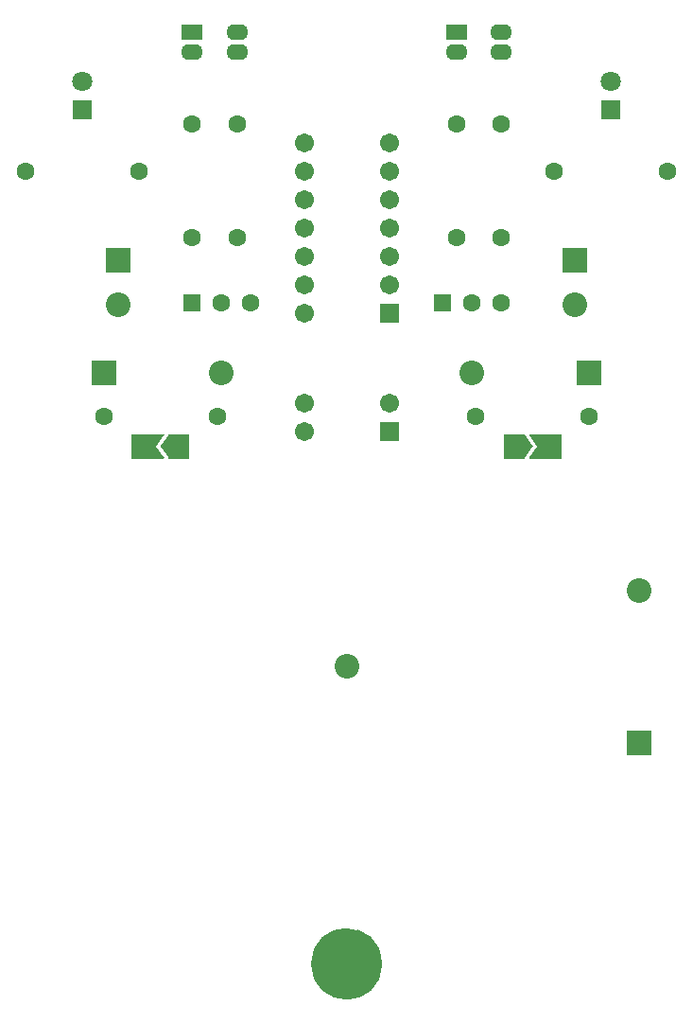
<source format=gbr>
G04 Layer_Color=8388736*
%FSLAX26Y26*%
%MOIN*%
%TF.FileFunction,Soldermask,Top*%
%TF.Part,Single*%
G01*
G75*
%TA.AperFunction,NonConductor*%
%ADD31C,0.062992*%
%TA.AperFunction,SMDPad,CuDef*%
%ADD32R,0.086740X0.086740*%
%ADD33R,0.072961X0.086740*%
%TA.AperFunction,ComponentPad*%
%ADD34C,0.067055*%
%ADD35R,0.067055X0.067055*%
%ADD36C,0.063118*%
%ADD37R,0.063118X0.063118*%
%ADD38R,0.086740X0.086740*%
%ADD39C,0.086740*%
%ADD40R,0.086740X0.086740*%
%ADD41R,0.076898X0.055244*%
%ADD42O,0.076898X0.055244*%
%ADD43C,0.070992*%
%ADD44R,0.070992X0.070992*%
%ADD45C,0.176228*%
%TA.AperFunction,ViaPad*%
%ADD46C,0.031622*%
G36*
X677196Y421297D02*
X677711Y421195D01*
X678207Y421026D01*
X678678Y420794D01*
X679114Y420503D01*
X679508Y420157D01*
X679853Y419763D01*
X680145Y419327D01*
X680377Y418857D01*
X680545Y418360D01*
X680648Y417846D01*
X680682Y417323D01*
Y377953D01*
Y338583D01*
X680648Y338060D01*
X680545Y337545D01*
X680377Y337049D01*
X680145Y336578D01*
X679853Y336142D01*
X679508Y335748D01*
X679114Y335402D01*
X678678Y335111D01*
X678207Y334879D01*
X677711Y334711D01*
X677196Y334608D01*
X676673Y334574D01*
X647146D01*
X646903Y334590D01*
X646666Y334603D01*
X646645Y334607D01*
X646622Y334608D01*
X646388Y334655D01*
X646151Y334700D01*
X646130Y334706D01*
X646108Y334711D01*
X645881Y334788D01*
X645653Y334863D01*
X645633Y334872D01*
X645612Y334879D01*
X645397Y334985D01*
X645180Y335089D01*
X645161Y335102D01*
X645141Y335111D01*
X644946Y335242D01*
X644740Y335376D01*
X644723Y335390D01*
X644705Y335402D01*
X644525Y335560D01*
X644343Y335717D01*
X644328Y335733D01*
X644311Y335748D01*
X644152Y335930D01*
X643992Y336108D01*
X643980Y336126D01*
X643966Y336142D01*
X643834Y336339D01*
X643696Y336540D01*
X643686Y336560D01*
X643674Y336578D01*
X643567Y336796D01*
X643459Y337008D01*
X643452Y337028D01*
X643442Y337049D01*
X643364Y337279D01*
X643285Y337503D01*
X643281Y337525D01*
X643274Y337545D01*
X643227Y337779D01*
X643177Y338016D01*
X643176Y338038D01*
X643171Y338060D01*
X643155Y338302D01*
X643137Y338539D01*
X643139Y338560D01*
X643137Y338583D01*
X643153Y338825D01*
X643166Y339062D01*
X643170Y339084D01*
X643171Y339106D01*
X643218Y339340D01*
X643263Y339578D01*
X643269Y339599D01*
X643274Y339620D01*
X643351Y339848D01*
X643426Y340076D01*
X643435Y340096D01*
X643442Y340117D01*
X643548Y340331D01*
X643652Y340549D01*
X643665Y340568D01*
X643674Y340587D01*
X643805Y340782D01*
X643939Y340988D01*
X671662Y377953D01*
X643939Y414918D01*
X643806Y415121D01*
X643674Y415319D01*
X643665Y415338D01*
X643652Y415357D01*
X643548Y415575D01*
X643442Y415789D01*
X643435Y415810D01*
X643426Y415830D01*
X643351Y416058D01*
X643274Y416285D01*
X643269Y416307D01*
X643263Y416328D01*
X643218Y416565D01*
X643171Y416800D01*
X643170Y416822D01*
X643166Y416844D01*
X643153Y417084D01*
X643137Y417323D01*
X643139Y417345D01*
X643137Y417367D01*
X643156Y417608D01*
X643171Y417846D01*
X643176Y417868D01*
X643177Y417890D01*
X643227Y418126D01*
X643274Y418360D01*
X643281Y418381D01*
X643285Y418403D01*
X643365Y418630D01*
X643442Y418857D01*
X643452Y418877D01*
X643459Y418897D01*
X643569Y419114D01*
X643674Y419327D01*
X643686Y419345D01*
X643696Y419365D01*
X643834Y419566D01*
X643966Y419763D01*
X643980Y419780D01*
X643992Y419798D01*
X644152Y419976D01*
X644311Y420157D01*
X644328Y420172D01*
X644343Y420188D01*
X644525Y420345D01*
X644705Y420503D01*
X644723Y420515D01*
X644740Y420530D01*
X644946Y420664D01*
X645141Y420794D01*
X645161Y420804D01*
X645180Y420816D01*
X645397Y420921D01*
X645612Y421026D01*
X645633Y421034D01*
X645653Y421043D01*
X645881Y421118D01*
X646108Y421195D01*
X646130Y421199D01*
X646151Y421206D01*
X646388Y421251D01*
X646622Y421297D01*
X646645Y421299D01*
X646666Y421303D01*
X646907Y421316D01*
X647146Y421332D01*
X676673D01*
X677196Y421297D01*
D02*
G37*
G36*
X-646907Y421316D02*
X-646666Y421303D01*
X-646645Y421299D01*
X-646622Y421297D01*
X-646388Y421251D01*
X-646151Y421206D01*
X-646130Y421199D01*
X-646108Y421195D01*
X-645881Y421118D01*
X-645653Y421043D01*
X-645633Y421034D01*
X-645612Y421026D01*
X-645397Y420921D01*
X-645180Y420816D01*
X-645161Y420804D01*
X-645141Y420794D01*
X-644946Y420664D01*
X-644740Y420530D01*
X-644723Y420515D01*
X-644705Y420503D01*
X-644525Y420345D01*
X-644343Y420188D01*
X-644328Y420172D01*
X-644311Y420157D01*
X-644152Y419976D01*
X-643992Y419798D01*
X-643980Y419780D01*
X-643966Y419763D01*
X-643834Y419566D01*
X-643696Y419365D01*
X-643686Y419345D01*
X-643674Y419327D01*
X-643569Y419114D01*
X-643459Y418897D01*
X-643452Y418877D01*
X-643442Y418857D01*
X-643365Y418630D01*
X-643285Y418403D01*
X-643281Y418381D01*
X-643274Y418360D01*
X-643227Y418126D01*
X-643177Y417890D01*
X-643176Y417868D01*
X-643171Y417846D01*
X-643156Y417608D01*
X-643137Y417367D01*
X-643139Y417345D01*
X-643137Y417323D01*
X-643153Y417084D01*
X-643166Y416844D01*
X-643170Y416822D01*
X-643171Y416800D01*
X-643218Y416565D01*
X-643263Y416328D01*
X-643269Y416307D01*
X-643274Y416285D01*
X-643351Y416058D01*
X-643426Y415830D01*
X-643435Y415810D01*
X-643442Y415789D01*
X-643548Y415575D01*
X-643652Y415357D01*
X-643665Y415338D01*
X-643674Y415319D01*
X-643806Y415121D01*
X-643939Y414918D01*
X-671662Y377953D01*
X-643939Y340988D01*
X-643805Y340782D01*
X-643674Y340587D01*
X-643665Y340568D01*
X-643652Y340549D01*
X-643548Y340331D01*
X-643442Y340117D01*
X-643435Y340096D01*
X-643426Y340076D01*
X-643351Y339848D01*
X-643274Y339620D01*
X-643269Y339599D01*
X-643263Y339578D01*
X-643218Y339340D01*
X-643171Y339106D01*
X-643170Y339084D01*
X-643166Y339062D01*
X-643153Y338825D01*
X-643137Y338583D01*
X-643139Y338560D01*
X-643137Y338539D01*
X-643155Y338302D01*
X-643171Y338060D01*
X-643176Y338038D01*
X-643177Y338016D01*
X-643227Y337779D01*
X-643274Y337545D01*
X-643281Y337525D01*
X-643285Y337503D01*
X-643364Y337279D01*
X-643442Y337049D01*
X-643452Y337028D01*
X-643459Y337008D01*
X-643567Y336796D01*
X-643674Y336578D01*
X-643686Y336560D01*
X-643696Y336540D01*
X-643834Y336339D01*
X-643966Y336142D01*
X-643980Y336126D01*
X-643992Y336108D01*
X-644152Y335930D01*
X-644311Y335748D01*
X-644328Y335733D01*
X-644343Y335717D01*
X-644525Y335560D01*
X-644705Y335402D01*
X-644723Y335390D01*
X-644740Y335376D01*
X-644946Y335242D01*
X-645141Y335111D01*
X-645161Y335102D01*
X-645180Y335089D01*
X-645397Y334985D01*
X-645612Y334879D01*
X-645633Y334872D01*
X-645653Y334863D01*
X-645881Y334788D01*
X-646108Y334711D01*
X-646130Y334706D01*
X-646151Y334700D01*
X-646388Y334655D01*
X-646622Y334608D01*
X-646645Y334607D01*
X-646666Y334603D01*
X-646903Y334590D01*
X-647146Y334574D01*
X-676673D01*
X-677196Y334608D01*
X-677711Y334711D01*
X-678207Y334879D01*
X-678678Y335111D01*
X-679114Y335402D01*
X-679508Y335748D01*
X-679853Y336142D01*
X-680145Y336578D01*
X-680377Y337049D01*
X-680545Y337545D01*
X-680648Y338060D01*
X-680682Y338583D01*
Y377953D01*
Y417323D01*
X-680648Y417846D01*
X-680545Y418360D01*
X-680377Y418857D01*
X-680145Y419327D01*
X-679853Y419763D01*
X-679508Y420157D01*
X-679114Y420503D01*
X-678678Y420794D01*
X-678207Y421026D01*
X-677711Y421195D01*
X-677196Y421297D01*
X-676673Y421332D01*
X-647146D01*
X-646907Y421316D01*
D02*
G37*
G36*
X-623276Y421315D02*
X-623044Y421303D01*
X-623023Y421299D01*
X-623000Y421297D01*
X-622761Y421250D01*
X-622529Y421206D01*
X-622508Y421199D01*
X-622486Y421195D01*
X-622259Y421118D01*
X-622030Y421043D01*
X-622011Y421034D01*
X-621990Y421026D01*
X-621771Y420919D01*
X-621558Y420816D01*
X-621539Y420804D01*
X-621519Y420794D01*
X-621316Y420658D01*
X-621119Y420530D01*
X-621102Y420516D01*
X-621083Y420503D01*
X-620899Y420341D01*
X-620721Y420188D01*
X-620706Y420172D01*
X-620689Y420157D01*
X-620530Y419976D01*
X-620370Y419798D01*
X-620358Y419780D01*
X-620343Y419763D01*
X-620212Y419566D01*
X-620074Y419365D01*
X-620064Y419345D01*
X-620052Y419327D01*
X-619945Y419110D01*
X-619837Y418897D01*
X-619830Y418877D01*
X-619820Y418857D01*
X-619740Y418620D01*
X-619663Y418403D01*
X-619659Y418382D01*
X-619652Y418360D01*
X-619604Y418122D01*
X-619555Y417890D01*
X-619554Y417868D01*
X-619549Y417846D01*
X-619533Y417604D01*
X-619515Y417367D01*
X-619516Y417345D01*
X-619515Y417323D01*
Y338583D01*
X-619516Y338560D01*
X-619515Y338539D01*
X-619533Y338302D01*
X-619549Y338060D01*
X-619554Y338038D01*
X-619555Y338016D01*
X-619605Y337779D01*
X-619652Y337545D01*
X-619659Y337525D01*
X-619663Y337503D01*
X-619742Y337279D01*
X-619820Y337049D01*
X-619830Y337028D01*
X-619837Y337008D01*
X-619945Y336796D01*
X-620052Y336578D01*
X-620064Y336560D01*
X-620074Y336540D01*
X-620212Y336339D01*
X-620343Y336142D01*
X-620358Y336126D01*
X-620370Y336108D01*
X-620530Y335930D01*
X-620689Y335748D01*
X-620706Y335733D01*
X-620721Y335717D01*
X-620903Y335560D01*
X-621083Y335402D01*
X-621101Y335390D01*
X-621118Y335376D01*
X-621324Y335242D01*
X-621519Y335111D01*
X-621539Y335102D01*
X-621558Y335089D01*
X-621775Y334985D01*
X-621990Y334879D01*
X-622011Y334872D01*
X-622030Y334863D01*
X-622259Y334788D01*
X-622486Y334711D01*
X-622508Y334706D01*
X-622529Y334700D01*
X-622766Y334655D01*
X-623000Y334608D01*
X-623023Y334607D01*
X-623044Y334603D01*
X-623281Y334590D01*
X-623524Y334574D01*
X-623546Y334576D01*
X-623568Y334574D01*
X-623804Y334592D01*
X-624047Y334608D01*
X-624068Y334613D01*
X-624091Y334614D01*
X-624327Y334664D01*
X-624561Y334711D01*
X-624582Y334718D01*
X-624604Y334722D01*
X-624827Y334801D01*
X-625058Y334879D01*
X-625078Y334889D01*
X-625098Y334896D01*
X-625310Y335004D01*
X-625528Y335111D01*
X-625546Y335123D01*
X-625566Y335133D01*
X-625767Y335271D01*
X-625964Y335402D01*
X-625980Y335417D01*
X-625999Y335430D01*
X-626176Y335589D01*
X-626358Y335748D01*
X-626373Y335765D01*
X-626389Y335780D01*
X-626546Y335962D01*
X-626704Y336142D01*
X-626716Y336160D01*
X-626731Y336178D01*
X-656258Y375548D01*
X-656377Y375731D01*
X-656500Y375910D01*
X-656521Y375950D01*
X-656544Y375987D01*
X-656639Y376184D01*
X-656737Y376378D01*
X-656752Y376419D01*
X-656771Y376460D01*
X-656840Y376668D01*
X-656912Y376873D01*
X-656921Y376916D01*
X-656934Y376958D01*
X-656975Y377172D01*
X-657019Y377386D01*
X-657023Y377430D01*
X-657031Y377473D01*
X-657043Y377691D01*
X-657059Y377909D01*
X-657057Y377953D01*
X-657059Y377997D01*
X-657043Y378214D01*
X-657031Y378432D01*
X-657023Y378476D01*
X-657019Y378520D01*
X-656975Y378731D01*
X-656934Y378948D01*
X-656920Y378991D01*
X-656912Y379033D01*
X-656841Y379234D01*
X-656771Y379446D01*
X-656752Y379486D01*
X-656737Y379527D01*
X-656640Y379720D01*
X-656545Y379919D01*
X-656520Y379956D01*
X-656500Y379995D01*
X-656378Y380175D01*
X-656258Y380358D01*
X-626731Y419728D01*
X-626716Y419745D01*
X-626704Y419763D01*
X-626544Y419945D01*
X-626389Y420126D01*
X-626373Y420140D01*
X-626358Y420157D01*
X-626176Y420317D01*
X-625999Y420476D01*
X-625980Y420489D01*
X-625964Y420503D01*
X-625767Y420635D01*
X-625566Y420772D01*
X-625546Y420782D01*
X-625528Y420794D01*
X-625310Y420902D01*
X-625098Y421009D01*
X-625078Y421016D01*
X-625058Y421026D01*
X-624823Y421106D01*
X-624604Y421183D01*
X-624582Y421188D01*
X-624561Y421195D01*
X-624323Y421242D01*
X-624091Y421291D01*
X-624068Y421293D01*
X-624047Y421297D01*
X-623804Y421313D01*
X-623568Y421331D01*
X-623546Y421330D01*
X-623524Y421332D01*
X-623276Y421315D01*
D02*
G37*
G36*
X623546Y421330D02*
X623568Y421331D01*
X623804Y421313D01*
X624047Y421297D01*
X624068Y421293D01*
X624091Y421291D01*
X624323Y421242D01*
X624561Y421195D01*
X624582Y421188D01*
X624604Y421183D01*
X624823Y421106D01*
X625058Y421026D01*
X625078Y421016D01*
X625098Y421009D01*
X625310Y420902D01*
X625528Y420794D01*
X625546Y420782D01*
X625566Y420772D01*
X625767Y420635D01*
X625964Y420503D01*
X625980Y420489D01*
X625999Y420476D01*
X626176Y420317D01*
X626358Y420157D01*
X626373Y420140D01*
X626389Y420126D01*
X626544Y419945D01*
X626704Y419763D01*
X626716Y419745D01*
X626731Y419728D01*
X656258Y380358D01*
X656378Y380175D01*
X656500Y379995D01*
X656520Y379956D01*
X656545Y379919D01*
X656640Y379720D01*
X656737Y379527D01*
X656752Y379486D01*
X656771Y379446D01*
X656841Y379234D01*
X656912Y379033D01*
X656920Y378991D01*
X656934Y378948D01*
X656975Y378731D01*
X657019Y378520D01*
X657023Y378476D01*
X657031Y378432D01*
X657043Y378214D01*
X657059Y377997D01*
X657057Y377953D01*
X657059Y377909D01*
X657043Y377691D01*
X657031Y377473D01*
X657023Y377430D01*
X657019Y377386D01*
X656975Y377172D01*
X656934Y376958D01*
X656921Y376916D01*
X656912Y376873D01*
X656840Y376668D01*
X656771Y376460D01*
X656752Y376419D01*
X656737Y376378D01*
X656639Y376184D01*
X656544Y375987D01*
X656521Y375950D01*
X656500Y375910D01*
X656377Y375731D01*
X656258Y375548D01*
X626731Y336178D01*
X626716Y336160D01*
X626704Y336142D01*
X626546Y335962D01*
X626389Y335780D01*
X626373Y335765D01*
X626358Y335748D01*
X626176Y335589D01*
X625999Y335430D01*
X625980Y335417D01*
X625964Y335402D01*
X625767Y335271D01*
X625566Y335133D01*
X625546Y335123D01*
X625528Y335111D01*
X625310Y335004D01*
X625098Y334896D01*
X625078Y334889D01*
X625058Y334879D01*
X624827Y334801D01*
X624604Y334722D01*
X624582Y334718D01*
X624561Y334711D01*
X624327Y334664D01*
X624091Y334614D01*
X624068Y334613D01*
X624047Y334608D01*
X623804Y334592D01*
X623568Y334574D01*
X623546Y334576D01*
X623524Y334574D01*
X623281Y334590D01*
X623044Y334603D01*
X623023Y334607D01*
X623000Y334608D01*
X622766Y334655D01*
X622529Y334700D01*
X622508Y334706D01*
X622486Y334711D01*
X622259Y334788D01*
X622030Y334863D01*
X622011Y334872D01*
X621990Y334879D01*
X621775Y334985D01*
X621558Y335089D01*
X621539Y335102D01*
X621519Y335111D01*
X621324Y335242D01*
X621118Y335376D01*
X621101Y335390D01*
X621083Y335402D01*
X620903Y335560D01*
X620721Y335717D01*
X620706Y335733D01*
X620689Y335748D01*
X620530Y335930D01*
X620370Y336108D01*
X620358Y336126D01*
X620343Y336142D01*
X620212Y336339D01*
X620074Y336540D01*
X620064Y336560D01*
X620052Y336578D01*
X619945Y336796D01*
X619837Y337008D01*
X619830Y337028D01*
X619820Y337049D01*
X619742Y337279D01*
X619663Y337503D01*
X619659Y337525D01*
X619652Y337545D01*
X619605Y337779D01*
X619555Y338016D01*
X619554Y338038D01*
X619549Y338060D01*
X619533Y338302D01*
X619515Y338539D01*
X619516Y338560D01*
X619515Y338583D01*
Y417323D01*
X619516Y417345D01*
X619515Y417367D01*
X619533Y417604D01*
X619549Y417846D01*
X619554Y417868D01*
X619555Y417890D01*
X619604Y418122D01*
X619652Y418360D01*
X619659Y418382D01*
X619663Y418403D01*
X619740Y418620D01*
X619820Y418857D01*
X619830Y418877D01*
X619837Y418897D01*
X619945Y419110D01*
X620052Y419327D01*
X620064Y419345D01*
X620074Y419365D01*
X620212Y419566D01*
X620343Y419763D01*
X620358Y419780D01*
X620370Y419798D01*
X620530Y419976D01*
X620689Y420157D01*
X620706Y420172D01*
X620721Y420188D01*
X620899Y420341D01*
X621083Y420503D01*
X621102Y420516D01*
X621119Y420530D01*
X621316Y420658D01*
X621519Y420794D01*
X621539Y420804D01*
X621558Y420816D01*
X621771Y420919D01*
X621990Y421026D01*
X622011Y421034D01*
X622030Y421043D01*
X622259Y421118D01*
X622486Y421195D01*
X622508Y421199D01*
X622529Y421206D01*
X622761Y421250D01*
X623000Y421297D01*
X623023Y421299D01*
X623044Y421303D01*
X623276Y421315D01*
X623524Y421332D01*
X623546Y421330D01*
D02*
G37*
D31*
X94488Y-1444882D02*
G03*
X94488Y-1444882I-94488J0D01*
G01*
D32*
X-716043Y377953D02*
D03*
X716043D02*
D03*
D33*
X-591043D02*
D03*
X591043D02*
D03*
D34*
X-150000Y530315D02*
D03*
Y430315D02*
D03*
X150000Y530315D02*
D03*
X-150000Y1446850D02*
D03*
Y1346850D02*
D03*
Y1246850D02*
D03*
Y1146850D02*
D03*
Y1046850D02*
D03*
Y946850D02*
D03*
Y846850D02*
D03*
X150000Y1446850D02*
D03*
Y1346850D02*
D03*
Y1246850D02*
D03*
Y1146850D02*
D03*
Y1046850D02*
D03*
Y946850D02*
D03*
D35*
Y430315D02*
D03*
Y846850D02*
D03*
D36*
X-386811Y1513914D02*
D03*
Y1113914D02*
D03*
X-339567Y884252D02*
D03*
X-441929D02*
D03*
X-544292Y1513914D02*
D03*
Y1113914D02*
D03*
X544292Y1513914D02*
D03*
Y1113914D02*
D03*
X386811Y1513914D02*
D03*
Y1113914D02*
D03*
X544292Y884252D02*
D03*
X441929D02*
D03*
X732284Y1346850D02*
D03*
X1132284D02*
D03*
X-453740Y484252D02*
D03*
X-853740D02*
D03*
X453740D02*
D03*
X853740D02*
D03*
X-732284Y1346850D02*
D03*
X-1132284D02*
D03*
D37*
X-544292Y884252D02*
D03*
X339567Y884252D02*
D03*
D38*
X-804150Y1034436D02*
D03*
X804149D02*
D03*
X1029921Y-665158D02*
D03*
D39*
X-804150Y876955D02*
D03*
X-441929Y637795D02*
D03*
X804149Y876955D02*
D03*
X441929Y637795D02*
D03*
X1029921Y-130118D02*
D03*
X0Y-397638D02*
D03*
D40*
X-853740Y637795D02*
D03*
X853740Y637795D02*
D03*
D41*
X-544291Y1836614D02*
D03*
X386811D02*
D03*
D42*
X-386811D02*
D03*
Y1765748D02*
D03*
X-544291D02*
D03*
X544291Y1836614D02*
D03*
Y1765748D02*
D03*
X386811D02*
D03*
D43*
X932284Y1663386D02*
D03*
X-932284Y1663386D02*
D03*
D44*
X932284Y1563386D02*
D03*
X-932284Y1563386D02*
D03*
D45*
X0Y-1444882D02*
D03*
D46*
Y-1358268D02*
D03*
X-61245Y-1383636D02*
D03*
X-86614Y-1444882D02*
D03*
X-61245Y-1506127D02*
D03*
X0Y-1531496D02*
D03*
X61245Y-1506127D02*
D03*
X86614Y-1444882D02*
D03*
X61245Y-1383636D02*
D03*
%TF.MD5,69de34beb6a199943f49873794debdbd*%
M02*

</source>
